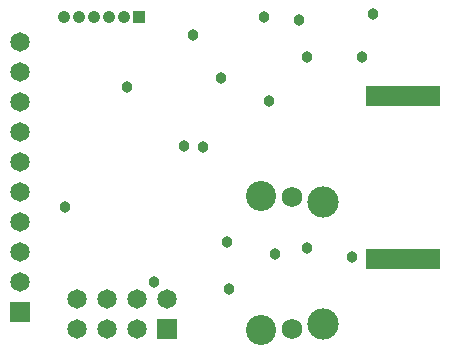
<source format=gbs>
%FSLAX25Y25*%
%MOIN*%
G70*
G01*
G75*
G04 Layer_Color=16711935*
%ADD10R,0.07874X0.01969*%
%ADD11R,0.03543X0.03740*%
%ADD12R,0.03740X0.03543*%
%ADD13R,0.10268X0.03143*%
%ADD14R,0.10268X0.03543*%
%ADD15R,0.24016X0.06000*%
%ADD16O,0.01772X0.07284*%
%ADD17C,0.01500*%
%ADD18C,0.05906*%
%ADD19R,0.05906X0.05906*%
%ADD20R,0.05906X0.05906*%
%ADD21R,0.04200X0.04200*%
%ADD22C,0.04200*%
%ADD23C,0.03200*%
%ADD24C,0.09843*%
%ADD25C,0.09449*%
%ADD26C,0.06299*%
%ADD27C,0.01000*%
%ADD28C,0.02362*%
%ADD29C,0.00984*%
%ADD30C,0.02000*%
%ADD31C,0.00787*%
%ADD32C,0.00394*%
%ADD33C,0.01378*%
%ADD34R,0.08474X0.02569*%
%ADD35R,0.04143X0.04340*%
%ADD36R,0.04340X0.04143*%
%ADD37R,0.10868X0.03743*%
%ADD38R,0.10868X0.04143*%
%ADD39R,0.24616X0.06600*%
%ADD40O,0.02372X0.07883*%
%ADD41C,0.06506*%
%ADD42R,0.06506X0.06506*%
%ADD43R,0.06506X0.06506*%
%ADD44C,0.03800*%
%ADD45C,0.10443*%
%ADD46C,0.10049*%
%ADD47C,0.06899*%
D21*
X249000Y413500D02*
D03*
D22*
X244000D02*
D03*
X239000D02*
D03*
X234000D02*
D03*
X229000D02*
D03*
X224000D02*
D03*
D39*
X337008Y332750D02*
D03*
X337008Y386978D02*
D03*
D41*
X228500Y319500D02*
D03*
X238500Y309500D02*
D03*
Y319500D02*
D03*
X248500Y309500D02*
D03*
Y319500D02*
D03*
X258500D02*
D03*
X228500Y309500D02*
D03*
X209500Y335000D02*
D03*
Y405000D02*
D03*
Y395000D02*
D03*
Y385000D02*
D03*
Y375000D02*
D03*
Y365000D02*
D03*
Y355000D02*
D03*
Y345000D02*
D03*
Y325000D02*
D03*
D42*
X258500Y309500D02*
D03*
D43*
X209500Y315000D02*
D03*
D44*
X264000Y370500D02*
D03*
X294453Y334453D02*
D03*
X270500Y370000D02*
D03*
X279142Y322642D02*
D03*
X320000Y333500D02*
D03*
X254000Y325000D02*
D03*
X224500Y350000D02*
D03*
X278390Y338390D02*
D03*
X304921Y336421D02*
D03*
X245000Y390000D02*
D03*
X292220Y385280D02*
D03*
X302500Y412500D02*
D03*
X305000Y400000D02*
D03*
X276500Y393000D02*
D03*
X290812Y413500D02*
D03*
X323500Y400000D02*
D03*
X267051Y407449D02*
D03*
X327000Y414500D02*
D03*
D45*
X310236Y351776D02*
D03*
Y311224D02*
D03*
D46*
X289764Y353744D02*
D03*
Y309256D02*
D03*
D47*
X300000Y309453D02*
D03*
Y353547D02*
D03*
M02*

</source>
